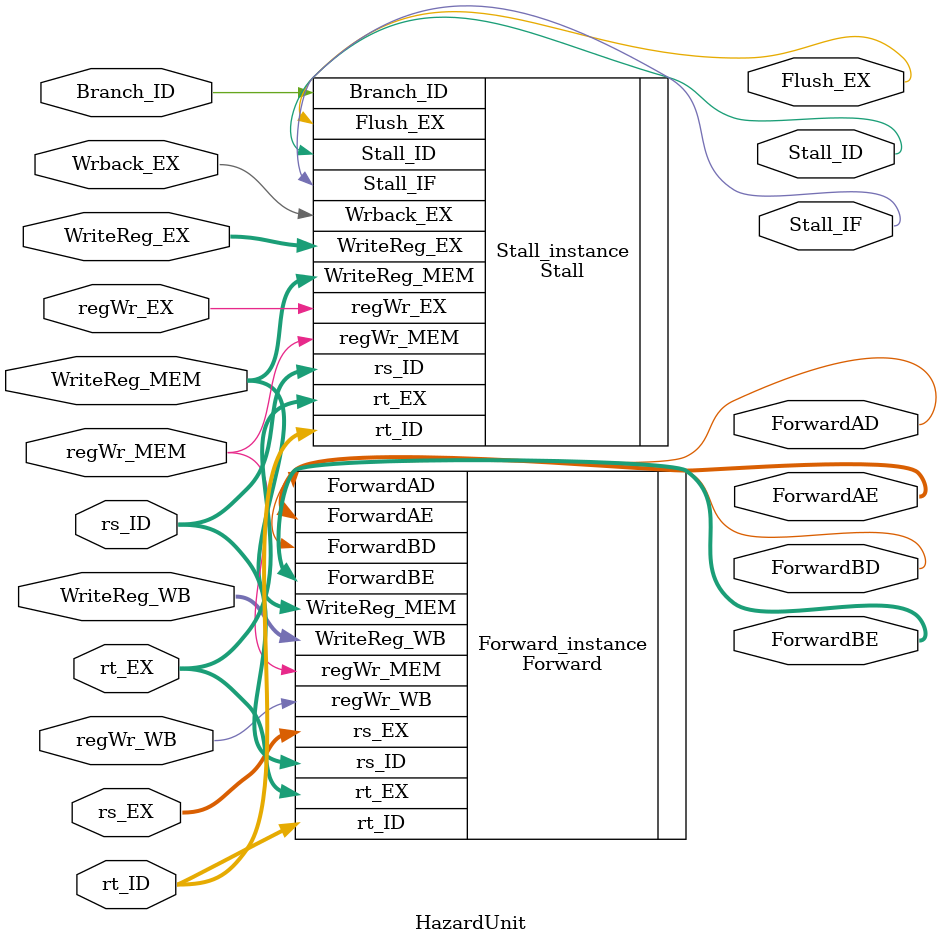
<source format=v>

module HazardUnit(
    input  [4:0] rs_EX,
    input  [4:0] rt_EX,
    input  [4:0] rs_ID,
    input  [4:0] rt_ID,
    input  [4:0] WriteReg_MEM,
    input  [4:0] WriteReg_WB,
    input  regWr_MEM,
    input  regWr_WB,
    input  [4:0] WriteReg_EX,
    input  Branch_ID,
    input  regWr_EX,
    input  Wrback_EX,
    output [1:0] ForwardAE,
    output [1:0] ForwardBE,
    output ForwardAD,
    output ForwardBD,
    output Stall_IF,
    output Stall_ID,
    output Flush_EX
);

    Forward Forward_instance(
        .rs_EX(rs_EX),
        .rt_EX(rt_EX),
        .rs_ID(rs_ID),
        .rt_ID(rt_ID),
        .WriteReg_MEM(WriteReg_MEM),
        .WriteReg_WB(WriteReg_WB),
        .regWr_MEM(regWr_MEM),
        .regWr_WB(regWr_WB),
        .ForwardAE(ForwardAE),
        .ForwardBE(ForwardBE),
        .ForwardAD(ForwardAD),
        .ForwardBD(ForwardBD)
    );

    Stall Stall_instance(
        .rs_ID(rs_ID),
        .rt_ID(rt_ID),
        .rt_EX(rt_EX),
        .WriteReg_EX(WriteReg_EX),
        .WriteReg_MEM(WriteReg_MEM),
        .Branch_ID(Branch_ID),
        .regWr_EX(regWr_EX),
        .regWr_MEM(regWr_MEM),
        .Wrback_EX(Wrback_EX),
        .Stall_IF(Stall_IF),
        .Stall_ID(Stall_ID),
        .Flush_EX(Flush_EX)
    );

endmodule
</source>
